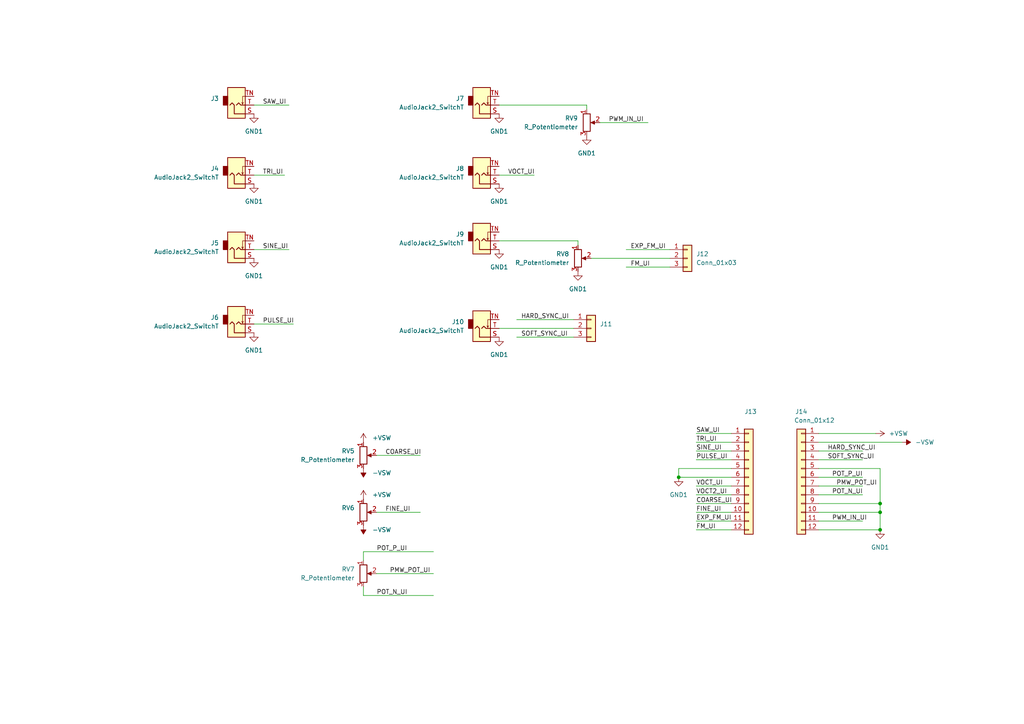
<source format=kicad_sch>
(kicad_sch (version 20211123) (generator eeschema)

  (uuid db029eb8-378f-4592-81ef-204e091eaa5e)

  (paper "A4")

  (lib_symbols
    (symbol "Connector:AudioJack2_SwitchT" (in_bom yes) (on_board yes)
      (property "Reference" "J" (id 0) (at 0 8.89 0)
        (effects (font (size 1.27 1.27)))
      )
      (property "Value" "AudioJack2_SwitchT" (id 1) (at 0 6.35 0)
        (effects (font (size 1.27 1.27)))
      )
      (property "Footprint" "" (id 2) (at 0 0 0)
        (effects (font (size 1.27 1.27)) hide)
      )
      (property "Datasheet" "~" (id 3) (at 0 0 0)
        (effects (font (size 1.27 1.27)) hide)
      )
      (property "ki_keywords" "audio jack receptacle mono headphones phone TS connector" (id 4) (at 0 0 0)
        (effects (font (size 1.27 1.27)) hide)
      )
      (property "ki_description" "Audio Jack, 2 Poles (Mono / TS), Switched T Pole (Normalling)" (id 5) (at 0 0 0)
        (effects (font (size 1.27 1.27)) hide)
      )
      (property "ki_fp_filters" "Jack*" (id 6) (at 0 0 0)
        (effects (font (size 1.27 1.27)) hide)
      )
      (symbol "AudioJack2_SwitchT_0_1"
        (rectangle (start -2.54 0) (end -3.81 -2.54)
          (stroke (width 0.254) (type default) (color 0 0 0 0))
          (fill (type outline))
        )
        (polyline
          (pts
            (xy 1.778 -0.254)
            (xy 2.032 -0.762)
          )
          (stroke (width 0) (type default) (color 0 0 0 0))
          (fill (type none))
        )
        (polyline
          (pts
            (xy 0 0)
            (xy 0.635 -0.635)
            (xy 1.27 0)
            (xy 2.54 0)
          )
          (stroke (width 0.254) (type default) (color 0 0 0 0))
          (fill (type none))
        )
        (polyline
          (pts
            (xy 2.54 -2.54)
            (xy 1.778 -2.54)
            (xy 1.778 -0.254)
            (xy 1.524 -0.762)
          )
          (stroke (width 0) (type default) (color 0 0 0 0))
          (fill (type none))
        )
        (polyline
          (pts
            (xy 2.54 2.54)
            (xy -0.635 2.54)
            (xy -0.635 0)
            (xy -1.27 -0.635)
            (xy -1.905 0)
          )
          (stroke (width 0.254) (type default) (color 0 0 0 0))
          (fill (type none))
        )
        (rectangle (start 2.54 3.81) (end -2.54 -5.08)
          (stroke (width 0.254) (type default) (color 0 0 0 0))
          (fill (type background))
        )
      )
      (symbol "AudioJack2_SwitchT_1_1"
        (pin passive line (at 5.08 2.54 180) (length 2.54)
          (name "~" (effects (font (size 1.27 1.27))))
          (number "S" (effects (font (size 1.27 1.27))))
        )
        (pin passive line (at 5.08 0 180) (length 2.54)
          (name "~" (effects (font (size 1.27 1.27))))
          (number "T" (effects (font (size 1.27 1.27))))
        )
        (pin passive line (at 5.08 -2.54 180) (length 2.54)
          (name "~" (effects (font (size 1.27 1.27))))
          (number "TN" (effects (font (size 1.27 1.27))))
        )
      )
    )
    (symbol "Connector_Generic:Conn_01x03" (pin_names (offset 1.016) hide) (in_bom yes) (on_board yes)
      (property "Reference" "J" (id 0) (at 0 5.08 0)
        (effects (font (size 1.27 1.27)))
      )
      (property "Value" "Conn_01x03" (id 1) (at 0 -5.08 0)
        (effects (font (size 1.27 1.27)))
      )
      (property "Footprint" "" (id 2) (at 0 0 0)
        (effects (font (size 1.27 1.27)) hide)
      )
      (property "Datasheet" "~" (id 3) (at 0 0 0)
        (effects (font (size 1.27 1.27)) hide)
      )
      (property "ki_keywords" "connector" (id 4) (at 0 0 0)
        (effects (font (size 1.27 1.27)) hide)
      )
      (property "ki_description" "Generic connector, single row, 01x03, script generated (kicad-library-utils/schlib/autogen/connector/)" (id 5) (at 0 0 0)
        (effects (font (size 1.27 1.27)) hide)
      )
      (property "ki_fp_filters" "Connector*:*_1x??_*" (id 6) (at 0 0 0)
        (effects (font (size 1.27 1.27)) hide)
      )
      (symbol "Conn_01x03_1_1"
        (rectangle (start -1.27 -2.413) (end 0 -2.667)
          (stroke (width 0.1524) (type default) (color 0 0 0 0))
          (fill (type none))
        )
        (rectangle (start -1.27 0.127) (end 0 -0.127)
          (stroke (width 0.1524) (type default) (color 0 0 0 0))
          (fill (type none))
        )
        (rectangle (start -1.27 2.667) (end 0 2.413)
          (stroke (width 0.1524) (type default) (color 0 0 0 0))
          (fill (type none))
        )
        (rectangle (start -1.27 3.81) (end 1.27 -3.81)
          (stroke (width 0.254) (type default) (color 0 0 0 0))
          (fill (type background))
        )
        (pin passive line (at -5.08 2.54 0) (length 3.81)
          (name "Pin_1" (effects (font (size 1.27 1.27))))
          (number "1" (effects (font (size 1.27 1.27))))
        )
        (pin passive line (at -5.08 0 0) (length 3.81)
          (name "Pin_2" (effects (font (size 1.27 1.27))))
          (number "2" (effects (font (size 1.27 1.27))))
        )
        (pin passive line (at -5.08 -2.54 0) (length 3.81)
          (name "Pin_3" (effects (font (size 1.27 1.27))))
          (number "3" (effects (font (size 1.27 1.27))))
        )
      )
    )
    (symbol "Connector_Generic:Conn_01x12" (pin_names (offset 1.016) hide) (in_bom yes) (on_board yes)
      (property "Reference" "J" (id 0) (at 0 15.24 0)
        (effects (font (size 1.27 1.27)))
      )
      (property "Value" "Conn_01x12" (id 1) (at 0 -17.78 0)
        (effects (font (size 1.27 1.27)))
      )
      (property "Footprint" "" (id 2) (at 0 0 0)
        (effects (font (size 1.27 1.27)) hide)
      )
      (property "Datasheet" "~" (id 3) (at 0 0 0)
        (effects (font (size 1.27 1.27)) hide)
      )
      (property "ki_keywords" "connector" (id 4) (at 0 0 0)
        (effects (font (size 1.27 1.27)) hide)
      )
      (property "ki_description" "Generic connector, single row, 01x12, script generated (kicad-library-utils/schlib/autogen/connector/)" (id 5) (at 0 0 0)
        (effects (font (size 1.27 1.27)) hide)
      )
      (property "ki_fp_filters" "Connector*:*_1x??_*" (id 6) (at 0 0 0)
        (effects (font (size 1.27 1.27)) hide)
      )
      (symbol "Conn_01x12_1_1"
        (rectangle (start -1.27 -15.113) (end 0 -15.367)
          (stroke (width 0.1524) (type default) (color 0 0 0 0))
          (fill (type none))
        )
        (rectangle (start -1.27 -12.573) (end 0 -12.827)
          (stroke (width 0.1524) (type default) (color 0 0 0 0))
          (fill (type none))
        )
        (rectangle (start -1.27 -10.033) (end 0 -10.287)
          (stroke (width 0.1524) (type default) (color 0 0 0 0))
          (fill (type none))
        )
        (rectangle (start -1.27 -7.493) (end 0 -7.747)
          (stroke (width 0.1524) (type default) (color 0 0 0 0))
          (fill (type none))
        )
        (rectangle (start -1.27 -4.953) (end 0 -5.207)
          (stroke (width 0.1524) (type default) (color 0 0 0 0))
          (fill (type none))
        )
        (rectangle (start -1.27 -2.413) (end 0 -2.667)
          (stroke (width 0.1524) (type default) (color 0 0 0 0))
          (fill (type none))
        )
        (rectangle (start -1.27 0.127) (end 0 -0.127)
          (stroke (width 0.1524) (type default) (color 0 0 0 0))
          (fill (type none))
        )
        (rectangle (start -1.27 2.667) (end 0 2.413)
          (stroke (width 0.1524) (type default) (color 0 0 0 0))
          (fill (type none))
        )
        (rectangle (start -1.27 5.207) (end 0 4.953)
          (stroke (width 0.1524) (type default) (color 0 0 0 0))
          (fill (type none))
        )
        (rectangle (start -1.27 7.747) (end 0 7.493)
          (stroke (width 0.1524) (type default) (color 0 0 0 0))
          (fill (type none))
        )
        (rectangle (start -1.27 10.287) (end 0 10.033)
          (stroke (width 0.1524) (type default) (color 0 0 0 0))
          (fill (type none))
        )
        (rectangle (start -1.27 12.827) (end 0 12.573)
          (stroke (width 0.1524) (type default) (color 0 0 0 0))
          (fill (type none))
        )
        (rectangle (start -1.27 13.97) (end 1.27 -16.51)
          (stroke (width 0.254) (type default) (color 0 0 0 0))
          (fill (type background))
        )
        (pin passive line (at -5.08 12.7 0) (length 3.81)
          (name "Pin_1" (effects (font (size 1.27 1.27))))
          (number "1" (effects (font (size 1.27 1.27))))
        )
        (pin passive line (at -5.08 -10.16 0) (length 3.81)
          (name "Pin_10" (effects (font (size 1.27 1.27))))
          (number "10" (effects (font (size 1.27 1.27))))
        )
        (pin passive line (at -5.08 -12.7 0) (length 3.81)
          (name "Pin_11" (effects (font (size 1.27 1.27))))
          (number "11" (effects (font (size 1.27 1.27))))
        )
        (pin passive line (at -5.08 -15.24 0) (length 3.81)
          (name "Pin_12" (effects (font (size 1.27 1.27))))
          (number "12" (effects (font (size 1.27 1.27))))
        )
        (pin passive line (at -5.08 10.16 0) (length 3.81)
          (name "Pin_2" (effects (font (size 1.27 1.27))))
          (number "2" (effects (font (size 1.27 1.27))))
        )
        (pin passive line (at -5.08 7.62 0) (length 3.81)
          (name "Pin_3" (effects (font (size 1.27 1.27))))
          (number "3" (effects (font (size 1.27 1.27))))
        )
        (pin passive line (at -5.08 5.08 0) (length 3.81)
          (name "Pin_4" (effects (font (size 1.27 1.27))))
          (number "4" (effects (font (size 1.27 1.27))))
        )
        (pin passive line (at -5.08 2.54 0) (length 3.81)
          (name "Pin_5" (effects (font (size 1.27 1.27))))
          (number "5" (effects (font (size 1.27 1.27))))
        )
        (pin passive line (at -5.08 0 0) (length 3.81)
          (name "Pin_6" (effects (font (size 1.27 1.27))))
          (number "6" (effects (font (size 1.27 1.27))))
        )
        (pin passive line (at -5.08 -2.54 0) (length 3.81)
          (name "Pin_7" (effects (font (size 1.27 1.27))))
          (number "7" (effects (font (size 1.27 1.27))))
        )
        (pin passive line (at -5.08 -5.08 0) (length 3.81)
          (name "Pin_8" (effects (font (size 1.27 1.27))))
          (number "8" (effects (font (size 1.27 1.27))))
        )
        (pin passive line (at -5.08 -7.62 0) (length 3.81)
          (name "Pin_9" (effects (font (size 1.27 1.27))))
          (number "9" (effects (font (size 1.27 1.27))))
        )
      )
    )
    (symbol "Device:R_Potentiometer" (pin_names (offset 1.016) hide) (in_bom yes) (on_board yes)
      (property "Reference" "RV" (id 0) (at -4.445 0 90)
        (effects (font (size 1.27 1.27)))
      )
      (property "Value" "R_Potentiometer" (id 1) (at -2.54 0 90)
        (effects (font (size 1.27 1.27)))
      )
      (property "Footprint" "" (id 2) (at 0 0 0)
        (effects (font (size 1.27 1.27)) hide)
      )
      (property "Datasheet" "~" (id 3) (at 0 0 0)
        (effects (font (size 1.27 1.27)) hide)
      )
      (property "ki_keywords" "resistor variable" (id 4) (at 0 0 0)
        (effects (font (size 1.27 1.27)) hide)
      )
      (property "ki_description" "Potentiometer" (id 5) (at 0 0 0)
        (effects (font (size 1.27 1.27)) hide)
      )
      (property "ki_fp_filters" "Potentiometer*" (id 6) (at 0 0 0)
        (effects (font (size 1.27 1.27)) hide)
      )
      (symbol "R_Potentiometer_0_1"
        (polyline
          (pts
            (xy 2.54 0)
            (xy 1.524 0)
          )
          (stroke (width 0) (type default) (color 0 0 0 0))
          (fill (type none))
        )
        (polyline
          (pts
            (xy 1.143 0)
            (xy 2.286 0.508)
            (xy 2.286 -0.508)
            (xy 1.143 0)
          )
          (stroke (width 0) (type default) (color 0 0 0 0))
          (fill (type outline))
        )
        (rectangle (start 1.016 2.54) (end -1.016 -2.54)
          (stroke (width 0.254) (type default) (color 0 0 0 0))
          (fill (type none))
        )
      )
      (symbol "R_Potentiometer_1_1"
        (pin passive line (at 0 3.81 270) (length 1.27)
          (name "1" (effects (font (size 1.27 1.27))))
          (number "1" (effects (font (size 1.27 1.27))))
        )
        (pin passive line (at 3.81 0 180) (length 1.27)
          (name "2" (effects (font (size 1.27 1.27))))
          (number "2" (effects (font (size 1.27 1.27))))
        )
        (pin passive line (at 0 -3.81 90) (length 1.27)
          (name "3" (effects (font (size 1.27 1.27))))
          (number "3" (effects (font (size 1.27 1.27))))
        )
      )
    )
    (symbol "power:+VSW" (power) (pin_names (offset 0)) (in_bom yes) (on_board yes)
      (property "Reference" "#PWR" (id 0) (at 0 -3.81 0)
        (effects (font (size 1.27 1.27)) hide)
      )
      (property "Value" "+VSW" (id 1) (at 0 3.556 0)
        (effects (font (size 1.27 1.27)))
      )
      (property "Footprint" "" (id 2) (at 0 0 0)
        (effects (font (size 1.27 1.27)) hide)
      )
      (property "Datasheet" "" (id 3) (at 0 0 0)
        (effects (font (size 1.27 1.27)) hide)
      )
      (property "ki_keywords" "power-flag" (id 4) (at 0 0 0)
        (effects (font (size 1.27 1.27)) hide)
      )
      (property "ki_description" "Power symbol creates a global label with name \"+VSW\"" (id 5) (at 0 0 0)
        (effects (font (size 1.27 1.27)) hide)
      )
      (symbol "+VSW_0_1"
        (polyline
          (pts
            (xy -0.762 1.27)
            (xy 0 2.54)
          )
          (stroke (width 0) (type default) (color 0 0 0 0))
          (fill (type none))
        )
        (polyline
          (pts
            (xy 0 0)
            (xy 0 2.54)
          )
          (stroke (width 0) (type default) (color 0 0 0 0))
          (fill (type none))
        )
        (polyline
          (pts
            (xy 0 2.54)
            (xy 0.762 1.27)
          )
          (stroke (width 0) (type default) (color 0 0 0 0))
          (fill (type none))
        )
      )
      (symbol "+VSW_1_1"
        (pin power_in line (at 0 0 90) (length 0) hide
          (name "+VSW" (effects (font (size 1.27 1.27))))
          (number "1" (effects (font (size 1.27 1.27))))
        )
      )
    )
    (symbol "power:-VSW" (power) (pin_names (offset 0)) (in_bom yes) (on_board yes)
      (property "Reference" "#PWR" (id 0) (at 0 2.54 0)
        (effects (font (size 1.27 1.27)) hide)
      )
      (property "Value" "-VSW" (id 1) (at 0 3.81 0)
        (effects (font (size 1.27 1.27)))
      )
      (property "Footprint" "" (id 2) (at 0 0 0)
        (effects (font (size 1.27 1.27)) hide)
      )
      (property "Datasheet" "" (id 3) (at 0 0 0)
        (effects (font (size 1.27 1.27)) hide)
      )
      (property "ki_keywords" "power-flag" (id 4) (at 0 0 0)
        (effects (font (size 1.27 1.27)) hide)
      )
      (property "ki_description" "Power symbol creates a global label with name \"-VSW\"" (id 5) (at 0 0 0)
        (effects (font (size 1.27 1.27)) hide)
      )
      (symbol "-VSW_0_0"
        (pin power_in line (at 0 0 90) (length 0) hide
          (name "-VSW" (effects (font (size 1.27 1.27))))
          (number "1" (effects (font (size 1.27 1.27))))
        )
      )
      (symbol "-VSW_0_1"
        (polyline
          (pts
            (xy 0 0)
            (xy 0 1.27)
            (xy 0.762 1.27)
            (xy 0 2.54)
            (xy -0.762 1.27)
            (xy 0 1.27)
          )
          (stroke (width 0) (type default) (color 0 0 0 0))
          (fill (type outline))
        )
      )
    )
    (symbol "power:GND1" (power) (pin_names (offset 0)) (in_bom yes) (on_board yes)
      (property "Reference" "#PWR" (id 0) (at 0 -6.35 0)
        (effects (font (size 1.27 1.27)) hide)
      )
      (property "Value" "GND1" (id 1) (at 0 -3.81 0)
        (effects (font (size 1.27 1.27)))
      )
      (property "Footprint" "" (id 2) (at 0 0 0)
        (effects (font (size 1.27 1.27)) hide)
      )
      (property "Datasheet" "" (id 3) (at 0 0 0)
        (effects (font (size 1.27 1.27)) hide)
      )
      (property "ki_keywords" "power-flag" (id 4) (at 0 0 0)
        (effects (font (size 1.27 1.27)) hide)
      )
      (property "ki_description" "Power symbol creates a global label with name \"GND1\" , ground" (id 5) (at 0 0 0)
        (effects (font (size 1.27 1.27)) hide)
      )
      (symbol "GND1_0_1"
        (polyline
          (pts
            (xy 0 0)
            (xy 0 -1.27)
            (xy 1.27 -1.27)
            (xy 0 -2.54)
            (xy -1.27 -1.27)
            (xy 0 -1.27)
          )
          (stroke (width 0) (type default) (color 0 0 0 0))
          (fill (type none))
        )
      )
      (symbol "GND1_1_1"
        (pin power_in line (at 0 0 270) (length 0) hide
          (name "GND1" (effects (font (size 1.27 1.27))))
          (number "1" (effects (font (size 1.27 1.27))))
        )
      )
    )
  )

  (junction (at 255.27 148.59) (diameter 0) (color 0 0 0 0)
    (uuid 0e3427e4-9e93-4d1b-a39a-5754ab10baf8)
  )
  (junction (at 255.27 146.05) (diameter 0) (color 0 0 0 0)
    (uuid 26e026ec-cd78-4ca0-bf21-0ff4aaa20793)
  )
  (junction (at 255.27 153.67) (diameter 0) (color 0 0 0 0)
    (uuid 4b14b03f-8c92-46b3-98ae-ea8923d49d93)
  )
  (junction (at 196.85 138.43) (diameter 0) (color 0 0 0 0)
    (uuid c936a60b-49e7-456a-bd8f-a515598c0cb7)
  )

  (wire (pts (xy 173.99 35.56) (xy 187.96 35.56))
    (stroke (width 0) (type default) (color 0 0 0 0))
    (uuid 05cd84ba-a4cc-4efb-94d2-335a52921a91)
  )
  (wire (pts (xy 167.64 69.85) (xy 167.64 71.12))
    (stroke (width 0) (type default) (color 0 0 0 0))
    (uuid 07436936-97fa-4fef-9636-6bcc78090bd2)
  )
  (wire (pts (xy 250.19 140.97) (xy 237.49 140.97))
    (stroke (width 0) (type default) (color 0 0 0 0))
    (uuid 099f1c0b-948d-44bb-853c-b13f48b56876)
  )
  (wire (pts (xy 255.27 146.05) (xy 255.27 148.59))
    (stroke (width 0) (type default) (color 0 0 0 0))
    (uuid 12ae95ce-fa39-459f-961b-6c6322acd577)
  )
  (wire (pts (xy 73.66 72.39) (xy 83.82 72.39))
    (stroke (width 0) (type default) (color 0 0 0 0))
    (uuid 18e14f04-b2f9-40c4-860c-5b0614cdbcb2)
  )
  (wire (pts (xy 196.85 135.89) (xy 196.85 138.43))
    (stroke (width 0) (type default) (color 0 0 0 0))
    (uuid 1ebd0517-aa38-4439-8011-b413ebf422cb)
  )
  (wire (pts (xy 237.49 148.59) (xy 255.27 148.59))
    (stroke (width 0) (type default) (color 0 0 0 0))
    (uuid 1ec5208a-4434-4563-8ef4-27dd0316d97a)
  )
  (wire (pts (xy 250.19 151.13) (xy 237.49 151.13))
    (stroke (width 0) (type default) (color 0 0 0 0))
    (uuid 1edfca0c-7a02-4327-b29e-007607e00e62)
  )
  (wire (pts (xy 125.73 160.02) (xy 105.41 160.02))
    (stroke (width 0) (type default) (color 0 0 0 0))
    (uuid 1f96c559-08e0-419d-84e9-041eab6f0f7b)
  )
  (wire (pts (xy 237.49 146.05) (xy 255.27 146.05))
    (stroke (width 0) (type default) (color 0 0 0 0))
    (uuid 2689fc57-b5a3-47c0-82f7-6c2097a4d06a)
  )
  (wire (pts (xy 181.61 77.47) (xy 194.31 77.47))
    (stroke (width 0) (type default) (color 0 0 0 0))
    (uuid 2a70c346-7197-4a8b-b582-25fc846aafa3)
  )
  (wire (pts (xy 237.49 125.73) (xy 254 125.73))
    (stroke (width 0) (type default) (color 0 0 0 0))
    (uuid 3ac26387-cfec-435d-94a5-bfecffd5a37e)
  )
  (wire (pts (xy 201.93 153.67) (xy 212.09 153.67))
    (stroke (width 0) (type default) (color 0 0 0 0))
    (uuid 3c21ad08-72c9-4631-b0ba-815476c793ca)
  )
  (wire (pts (xy 201.93 128.27) (xy 212.09 128.27))
    (stroke (width 0) (type default) (color 0 0 0 0))
    (uuid 46eec080-8f9d-4b82-8245-447a3a0f325b)
  )
  (wire (pts (xy 196.85 138.43) (xy 212.09 138.43))
    (stroke (width 0) (type default) (color 0 0 0 0))
    (uuid 5c370c08-4333-44fb-b0bc-1c4e5e5051fe)
  )
  (wire (pts (xy 105.41 172.72) (xy 105.41 170.18))
    (stroke (width 0) (type default) (color 0 0 0 0))
    (uuid 5d753425-070e-453a-9664-6b39c0358529)
  )
  (wire (pts (xy 201.93 143.51) (xy 212.09 143.51))
    (stroke (width 0) (type default) (color 0 0 0 0))
    (uuid 60c6cd11-19de-4507-bbfd-0b3eecb0ec9b)
  )
  (wire (pts (xy 144.78 30.48) (xy 170.18 30.48))
    (stroke (width 0) (type default) (color 0 0 0 0))
    (uuid 61cffea8-33cb-441f-9aea-36f0010c68da)
  )
  (wire (pts (xy 73.66 50.8) (xy 82.55 50.8))
    (stroke (width 0) (type default) (color 0 0 0 0))
    (uuid 62306dda-53eb-47f9-96a6-2a91b9df828a)
  )
  (wire (pts (xy 201.93 148.59) (xy 212.09 148.59))
    (stroke (width 0) (type default) (color 0 0 0 0))
    (uuid 69e414fb-6c4e-4883-b4d3-b341f4e4f65e)
  )
  (wire (pts (xy 201.93 133.35) (xy 212.09 133.35))
    (stroke (width 0) (type default) (color 0 0 0 0))
    (uuid 6d6dd1f0-ffd7-4c80-b2bd-a358c1ceed94)
  )
  (wire (pts (xy 201.93 125.73) (xy 212.09 125.73))
    (stroke (width 0) (type default) (color 0 0 0 0))
    (uuid 6f185d0b-166a-4001-8b55-6c90bcd82287)
  )
  (wire (pts (xy 250.19 130.81) (xy 237.49 130.81))
    (stroke (width 0) (type default) (color 0 0 0 0))
    (uuid 72d68da8-ce94-4e17-aa31-3d1976c2d9eb)
  )
  (wire (pts (xy 125.73 172.72) (xy 105.41 172.72))
    (stroke (width 0) (type default) (color 0 0 0 0))
    (uuid 74d6943a-6992-4081-b416-443cccd044f4)
  )
  (wire (pts (xy 237.49 153.67) (xy 255.27 153.67))
    (stroke (width 0) (type default) (color 0 0 0 0))
    (uuid 74dbb1ce-3365-4e8d-aa27-c27e120b9571)
  )
  (wire (pts (xy 201.93 140.97) (xy 212.09 140.97))
    (stroke (width 0) (type default) (color 0 0 0 0))
    (uuid 76434685-59c3-442e-9aef-9840e2e0b756)
  )
  (wire (pts (xy 144.78 50.8) (xy 154.94 50.8))
    (stroke (width 0) (type default) (color 0 0 0 0))
    (uuid 7e365a75-7ef7-4bc4-b900-97a23bdcc177)
  )
  (wire (pts (xy 250.19 138.43) (xy 237.49 138.43))
    (stroke (width 0) (type default) (color 0 0 0 0))
    (uuid 82c1aa95-7b67-4032-b778-0b77baf9a4c8)
  )
  (wire (pts (xy 149.86 92.71) (xy 166.37 92.71))
    (stroke (width 0) (type default) (color 0 0 0 0))
    (uuid 8393d333-3e69-4d46-a645-a232be9d1358)
  )
  (wire (pts (xy 250.19 133.35) (xy 237.49 133.35))
    (stroke (width 0) (type default) (color 0 0 0 0))
    (uuid 9067a147-ab1d-45f5-9485-8e3533274c19)
  )
  (wire (pts (xy 144.78 69.85) (xy 167.64 69.85))
    (stroke (width 0) (type default) (color 0 0 0 0))
    (uuid 966207dc-8df6-4e78-a414-a24570be2c65)
  )
  (wire (pts (xy 105.41 160.02) (xy 105.41 162.56))
    (stroke (width 0) (type default) (color 0 0 0 0))
    (uuid 976ddcae-3af2-4918-8e51-2b7512336028)
  )
  (wire (pts (xy 144.78 95.25) (xy 166.37 95.25))
    (stroke (width 0) (type default) (color 0 0 0 0))
    (uuid 9cde1728-e853-417a-9ef0-96155381e626)
  )
  (wire (pts (xy 255.27 135.89) (xy 255.27 146.05))
    (stroke (width 0) (type default) (color 0 0 0 0))
    (uuid 9d22bfa1-d650-43d2-b67c-1ad483a0d5d5)
  )
  (wire (pts (xy 201.93 151.13) (xy 212.09 151.13))
    (stroke (width 0) (type default) (color 0 0 0 0))
    (uuid ad6f0be3-df79-42ce-a019-6f98c8940f6a)
  )
  (wire (pts (xy 194.31 74.93) (xy 171.45 74.93))
    (stroke (width 0) (type default) (color 0 0 0 0))
    (uuid af2b6631-ffb4-4191-a3b1-eecfecd8cbc7)
  )
  (wire (pts (xy 170.18 30.48) (xy 170.18 31.75))
    (stroke (width 0) (type default) (color 0 0 0 0))
    (uuid b836ad3e-37e5-4dd2-bb88-840d590d5ef7)
  )
  (wire (pts (xy 109.22 166.37) (xy 125.73 166.37))
    (stroke (width 0) (type default) (color 0 0 0 0))
    (uuid c0f8f368-3b6f-44a2-abcb-cadcbf61e7fb)
  )
  (wire (pts (xy 237.49 135.89) (xy 255.27 135.89))
    (stroke (width 0) (type default) (color 0 0 0 0))
    (uuid c39b09ba-c61d-4868-8fa8-c3c4c64b328c)
  )
  (wire (pts (xy 73.66 93.98) (xy 85.09 93.98))
    (stroke (width 0) (type default) (color 0 0 0 0))
    (uuid c3a617ea-7ae6-45c3-a8c7-09bf1bab9a5c)
  )
  (wire (pts (xy 109.22 148.59) (xy 121.92 148.59))
    (stroke (width 0) (type default) (color 0 0 0 0))
    (uuid c4da8985-8598-4bbe-b2dd-9b1d1564cef1)
  )
  (wire (pts (xy 237.49 128.27) (xy 261.62 128.27))
    (stroke (width 0) (type default) (color 0 0 0 0))
    (uuid c67a733f-481e-4d2d-999e-ff128d30d74d)
  )
  (wire (pts (xy 149.86 97.79) (xy 166.37 97.79))
    (stroke (width 0) (type default) (color 0 0 0 0))
    (uuid d6c60677-91f4-4422-a0f6-7fb936893326)
  )
  (wire (pts (xy 109.22 132.08) (xy 121.92 132.08))
    (stroke (width 0) (type default) (color 0 0 0 0))
    (uuid d79d8039-0242-46a3-9c56-de9b482eee0a)
  )
  (wire (pts (xy 201.93 130.81) (xy 212.09 130.81))
    (stroke (width 0) (type default) (color 0 0 0 0))
    (uuid dc77a7d5-d4da-494d-8eb9-3cdce505dcda)
  )
  (wire (pts (xy 181.61 72.39) (xy 194.31 72.39))
    (stroke (width 0) (type default) (color 0 0 0 0))
    (uuid dd8eadf7-cb9e-4fe0-b0fa-0a6b58fd194b)
  )
  (wire (pts (xy 73.66 30.48) (xy 83.82 30.48))
    (stroke (width 0) (type default) (color 0 0 0 0))
    (uuid de4d2843-ded3-4c83-87c7-853aff452a26)
  )
  (wire (pts (xy 212.09 135.89) (xy 196.85 135.89))
    (stroke (width 0) (type default) (color 0 0 0 0))
    (uuid e9efe5a7-24f6-46cd-b9a0-d87817d41bcc)
  )
  (wire (pts (xy 250.19 143.51) (xy 237.49 143.51))
    (stroke (width 0) (type default) (color 0 0 0 0))
    (uuid f61c9914-0176-4560-bb90-480364e6a6cd)
  )
  (wire (pts (xy 255.27 148.59) (xy 255.27 153.67))
    (stroke (width 0) (type default) (color 0 0 0 0))
    (uuid f622b175-dfc2-4e63-aa34-27e62ae47745)
  )
  (wire (pts (xy 201.93 146.05) (xy 212.09 146.05))
    (stroke (width 0) (type default) (color 0 0 0 0))
    (uuid f7312eb2-d108-41f9-b6ba-6ffde1a9e6ec)
  )

  (label "SOFT_SYNC_UI" (at 151.13 97.79 0)
    (effects (font (size 1.27 1.27)) (justify left bottom))
    (uuid 1692a10b-6689-43fe-990f-968b20ad864f)
  )
  (label "POT_N_UI" (at 241.3 143.51 0)
    (effects (font (size 1.27 1.27)) (justify left bottom))
    (uuid 1b746508-7ebf-4918-b1e0-340dbdbd63bd)
  )
  (label "FINE_UI" (at 201.93 148.59 0)
    (effects (font (size 1.27 1.27)) (justify left bottom))
    (uuid 25f5aea5-fc4d-4a8f-9859-fa6a13492be2)
  )
  (label "SOFT_SYNC_UI" (at 240.03 133.35 0)
    (effects (font (size 1.27 1.27)) (justify left bottom))
    (uuid 2b245f81-0108-4871-a9f8-5ce259773673)
  )
  (label "VOCT_UI" (at 201.93 140.97 0)
    (effects (font (size 1.27 1.27)) (justify left bottom))
    (uuid 2e14957b-e576-41a9-bb46-75f8907d7a1c)
  )
  (label "TRI_UI" (at 201.93 128.27 0)
    (effects (font (size 1.27 1.27)) (justify left bottom))
    (uuid 2fce9a97-6235-41bf-b1eb-668cdc84c0d8)
  )
  (label "POT_P_UI" (at 109.22 160.02 0)
    (effects (font (size 1.27 1.27)) (justify left bottom))
    (uuid 319559ea-581a-4f1c-9ef7-f44ec57c46a7)
  )
  (label "POT_N_UI" (at 109.22 172.72 0)
    (effects (font (size 1.27 1.27)) (justify left bottom))
    (uuid 5040b79a-81e5-49f6-bf0a-eb3b19d8cc40)
  )
  (label "COARSE_UI" (at 111.76 132.08 0)
    (effects (font (size 1.27 1.27)) (justify left bottom))
    (uuid 51f245d2-1f3f-43fa-8b7c-d2b779c568b2)
  )
  (label "PWM_IN_UI" (at 176.53 35.56 0)
    (effects (font (size 1.27 1.27)) (justify left bottom))
    (uuid 6497ebdb-96a8-45ce-8ab9-a34abdb0a680)
  )
  (label "FINE_UI" (at 111.76 148.59 0)
    (effects (font (size 1.27 1.27)) (justify left bottom))
    (uuid 6797d263-83e3-4dcb-9fc1-c34b5cfd324f)
  )
  (label "FM_UI" (at 201.93 153.67 0)
    (effects (font (size 1.27 1.27)) (justify left bottom))
    (uuid 718aa8d3-2610-49e5-8498-109f280d1f11)
  )
  (label "PULSE_UI" (at 201.93 133.35 0)
    (effects (font (size 1.27 1.27)) (justify left bottom))
    (uuid 89a7510f-29e3-473c-b045-ad05347c1ff5)
  )
  (label "PWM_IN_UI" (at 241.3 151.13 0)
    (effects (font (size 1.27 1.27)) (justify left bottom))
    (uuid 8b7b6150-6e17-4508-8271-2ea039fd0a1d)
  )
  (label "VOCT_UI" (at 147.32 50.8 0)
    (effects (font (size 1.27 1.27)) (justify left bottom))
    (uuid 92c360f4-4c1b-4367-ad40-e00167bf3f88)
  )
  (label "PULSE_UI" (at 76.2 93.98 0)
    (effects (font (size 1.27 1.27)) (justify left bottom))
    (uuid 98e21296-f200-4157-b8a7-f711bf098ece)
  )
  (label "VOCT2_UI" (at 201.93 143.51 0)
    (effects (font (size 1.27 1.27)) (justify left bottom))
    (uuid 9c6005df-d229-4e8d-b81f-eb91cead2e40)
  )
  (label "EXP_FM_UI" (at 201.93 151.13 0)
    (effects (font (size 1.27 1.27)) (justify left bottom))
    (uuid a0e18f5f-0913-4481-a6e3-9fb6861220ea)
  )
  (label "FM_UI" (at 182.88 77.47 0)
    (effects (font (size 1.27 1.27)) (justify left bottom))
    (uuid a124d49e-6423-4e02-bdf9-ca38776e7762)
  )
  (label "HARD_SYNC_UI" (at 151.13 92.71 0)
    (effects (font (size 1.27 1.27)) (justify left bottom))
    (uuid a70543cb-3093-4b04-b30f-ee604c2230e0)
  )
  (label "EXP_FM_UI" (at 182.88 72.39 0)
    (effects (font (size 1.27 1.27)) (justify left bottom))
    (uuid ac1f63e0-1027-4cc2-b671-00670d7cbfe8)
  )
  (label "PMW_POT_UI" (at 113.03 166.37 0)
    (effects (font (size 1.27 1.27)) (justify left bottom))
    (uuid b3c3a047-064f-4102-bb82-a33612151181)
  )
  (label "COARSE_UI" (at 201.93 146.05 0)
    (effects (font (size 1.27 1.27)) (justify left bottom))
    (uuid c7ace4db-7b19-47fb-ba13-6a1f46753742)
  )
  (label "POT_P_UI" (at 241.3 138.43 0)
    (effects (font (size 1.27 1.27)) (justify left bottom))
    (uuid d4fee2bb-8790-4184-a5b2-4b742eaa9c1a)
  )
  (label "TRI_UI" (at 76.2 50.8 0)
    (effects (font (size 1.27 1.27)) (justify left bottom))
    (uuid d5a94f78-958a-4577-a380-0703636ccee1)
  )
  (label "HARD_SYNC_UI" (at 240.03 130.81 0)
    (effects (font (size 1.27 1.27)) (justify left bottom))
    (uuid d6268863-2cee-45b6-bf33-3f4dd1a3b496)
  )
  (label "SAW_UI" (at 76.2 30.48 0)
    (effects (font (size 1.27 1.27)) (justify left bottom))
    (uuid dce54ff5-536a-432a-a5db-989c9c62764e)
  )
  (label "SINE_UI" (at 201.93 130.81 0)
    (effects (font (size 1.27 1.27)) (justify left bottom))
    (uuid e1e18dea-8447-4844-a5bd-c821c9889be9)
  )
  (label "PMW_POT_UI" (at 242.57 140.97 0)
    (effects (font (size 1.27 1.27)) (justify left bottom))
    (uuid e31b7783-0cbf-495d-b511-95915b28a0db)
  )
  (label "SAW_UI" (at 201.93 125.73 0)
    (effects (font (size 1.27 1.27)) (justify left bottom))
    (uuid ee0c6a3e-f13d-4023-9f83-e9a0dc874efd)
  )
  (label "SINE_UI" (at 76.2 72.39 0)
    (effects (font (size 1.27 1.27)) (justify left bottom))
    (uuid f2250321-83bc-48a0-9cdc-8649a7319e62)
  )

  (symbol (lib_id "power:GND1") (at 144.78 97.79 0) (unit 1)
    (in_bom yes) (on_board yes) (fields_autoplaced)
    (uuid 050deb1e-32fb-4606-a822-3e88eb4447b7)
    (property "Reference" "#PWR055" (id 0) (at 144.78 104.14 0)
      (effects (font (size 1.27 1.27)) hide)
    )
    (property "Value" "GND1" (id 1) (at 144.78 102.87 0))
    (property "Footprint" "" (id 2) (at 144.78 97.79 0)
      (effects (font (size 1.27 1.27)) hide)
    )
    (property "Datasheet" "" (id 3) (at 144.78 97.79 0)
      (effects (font (size 1.27 1.27)) hide)
    )
    (pin "1" (uuid 148cbadb-c39a-43ec-9b69-16c16947add0))
  )

  (symbol (lib_id "Connector_Generic:Conn_01x03") (at 199.39 74.93 0) (unit 1)
    (in_bom yes) (on_board yes) (fields_autoplaced)
    (uuid 08adada3-b2a2-4fef-87dd-3c4130a15104)
    (property "Reference" "J12" (id 0) (at 201.93 73.6599 0)
      (effects (font (size 1.27 1.27)) (justify left))
    )
    (property "Value" "Conn_01x03" (id 1) (at 201.93 76.1999 0)
      (effects (font (size 1.27 1.27)) (justify left))
    )
    (property "Footprint" "Connector_PinHeader_2.54mm:PinHeader_1x03_P2.54mm_Vertical" (id 2) (at 199.39 74.93 0)
      (effects (font (size 1.27 1.27)) hide)
    )
    (property "Datasheet" "~" (id 3) (at 199.39 74.93 0)
      (effects (font (size 1.27 1.27)) hide)
    )
    (pin "1" (uuid 4388fdf8-a4cb-45c7-bc4c-6987245f0360))
    (pin "2" (uuid 549ec528-56ff-482d-9df0-7c051d5a80a3))
    (pin "3" (uuid edc429df-c8e1-46c4-9232-346708b1c803))
  )

  (symbol (lib_id "Device:R_Potentiometer") (at 167.64 74.93 0) (unit 1)
    (in_bom yes) (on_board yes) (fields_autoplaced)
    (uuid 0f98137f-92a5-454e-8b60-31e7c3f4a16e)
    (property "Reference" "RV8" (id 0) (at 165.1 73.6599 0)
      (effects (font (size 1.27 1.27)) (justify right))
    )
    (property "Value" "R_Potentiometer" (id 1) (at 165.1 76.1999 0)
      (effects (font (size 1.27 1.27)) (justify right))
    )
    (property "Footprint" "Potentiometer_THT:Potentiometer_Alpha_RD901F-40-00D_Single_Vertical_CircularHoles" (id 2) (at 167.64 74.93 0)
      (effects (font (size 1.27 1.27)) hide)
    )
    (property "Datasheet" "~" (id 3) (at 167.64 74.93 0)
      (effects (font (size 1.27 1.27)) hide)
    )
    (pin "1" (uuid a3614ca0-7ddf-4832-a078-d0862f4aa816))
    (pin "2" (uuid 30854738-39f9-41f7-9c50-13234a785d4c))
    (pin "3" (uuid b1cb2d44-904f-4c18-86b5-59721cadec44))
  )

  (symbol (lib_id "Connector:AudioJack2_SwitchT") (at 139.7 69.85 0) (mirror x) (unit 1)
    (in_bom yes) (on_board yes) (fields_autoplaced)
    (uuid 12389d54-d624-41f9-9f0e-42a9874cbbdd)
    (property "Reference" "J9" (id 0) (at 134.62 67.9449 0)
      (effects (font (size 1.27 1.27)) (justify right))
    )
    (property "Value" "AudioJack2_SwitchT" (id 1) (at 134.62 70.4849 0)
      (effects (font (size 1.27 1.27)) (justify right))
    )
    (property "Footprint" "Connector_Audio:Jack_3.5mm_QingPu_WQP-PJ398SM_Vertical_CircularHoles" (id 2) (at 139.7 69.85 0)
      (effects (font (size 1.27 1.27)) hide)
    )
    (property "Datasheet" "~" (id 3) (at 139.7 69.85 0)
      (effects (font (size 1.27 1.27)) hide)
    )
    (pin "S" (uuid a9e5c8e6-4a0e-4f5a-9382-5cc222dc5bb9))
    (pin "T" (uuid a623ed9f-8c31-46b3-b533-c6f81040a878))
    (pin "TN" (uuid ab1a329d-de70-4bec-98c3-c0a4d6901794))
  )

  (symbol (lib_id "power:GND1") (at 73.66 96.52 0) (unit 1)
    (in_bom yes) (on_board yes) (fields_autoplaced)
    (uuid 13930a00-2767-46fa-8798-4267cad03bbe)
    (property "Reference" "#PWR047" (id 0) (at 73.66 102.87 0)
      (effects (font (size 1.27 1.27)) hide)
    )
    (property "Value" "GND1" (id 1) (at 73.66 101.6 0))
    (property "Footprint" "" (id 2) (at 73.66 96.52 0)
      (effects (font (size 1.27 1.27)) hide)
    )
    (property "Datasheet" "" (id 3) (at 73.66 96.52 0)
      (effects (font (size 1.27 1.27)) hide)
    )
    (pin "1" (uuid 695e07d7-ccc4-43e0-94f6-130141a9ae2c))
  )

  (symbol (lib_id "power:+VSW") (at 105.41 128.27 0) (unit 1)
    (in_bom yes) (on_board yes) (fields_autoplaced)
    (uuid 15ac21ae-f9cb-44b3-a829-11afb5bf7364)
    (property "Reference" "#PWR048" (id 0) (at 105.41 132.08 0)
      (effects (font (size 1.27 1.27)) hide)
    )
    (property "Value" "+VSW" (id 1) (at 107.95 126.9999 0)
      (effects (font (size 1.27 1.27)) (justify left))
    )
    (property "Footprint" "" (id 2) (at 105.41 128.27 0)
      (effects (font (size 1.27 1.27)) hide)
    )
    (property "Datasheet" "" (id 3) (at 105.41 128.27 0)
      (effects (font (size 1.27 1.27)) hide)
    )
    (pin "1" (uuid d80f7892-6599-4c58-8ba5-7baa5b92a712))
  )

  (symbol (lib_id "Connector:AudioJack2_SwitchT") (at 68.58 50.8 0) (mirror x) (unit 1)
    (in_bom yes) (on_board yes) (fields_autoplaced)
    (uuid 1b9c1029-d484-4fa3-9ef5-1f130cf9a902)
    (property "Reference" "J4" (id 0) (at 63.5 48.8949 0)
      (effects (font (size 1.27 1.27)) (justify right))
    )
    (property "Value" "AudioJack2_SwitchT" (id 1) (at 63.5 51.4349 0)
      (effects (font (size 1.27 1.27)) (justify right))
    )
    (property "Footprint" "Connector_Audio:Jack_3.5mm_QingPu_WQP-PJ398SM_Vertical_CircularHoles" (id 2) (at 68.58 50.8 0)
      (effects (font (size 1.27 1.27)) hide)
    )
    (property "Datasheet" "~" (id 3) (at 68.58 50.8 0)
      (effects (font (size 1.27 1.27)) hide)
    )
    (pin "S" (uuid 22fe7a42-8a42-4763-b568-47674b82b156))
    (pin "T" (uuid d7b4d359-6cee-4ce9-a2be-9e49fd43eb8a))
    (pin "TN" (uuid 2fe31bb1-fdf6-48fd-b74a-c3eadbb7622d))
  )

  (symbol (lib_id "Device:R_Potentiometer") (at 170.18 35.56 0) (unit 1)
    (in_bom yes) (on_board yes) (fields_autoplaced)
    (uuid 27fa20ae-2e67-4919-b11d-dcaa19446ef4)
    (property "Reference" "RV9" (id 0) (at 167.64 34.2899 0)
      (effects (font (size 1.27 1.27)) (justify right))
    )
    (property "Value" "R_Potentiometer" (id 1) (at 167.64 36.8299 0)
      (effects (font (size 1.27 1.27)) (justify right))
    )
    (property "Footprint" "Potentiometer_THT:Potentiometer_Alpha_RD901F-40-00D_Single_Vertical_CircularHoles" (id 2) (at 170.18 35.56 0)
      (effects (font (size 1.27 1.27)) hide)
    )
    (property "Datasheet" "~" (id 3) (at 170.18 35.56 0)
      (effects (font (size 1.27 1.27)) hide)
    )
    (pin "1" (uuid 7a0365ee-0bc3-48c5-bb7a-70c9efe7c000))
    (pin "2" (uuid 20231271-7c46-407d-8ef5-db411c6d99da))
    (pin "3" (uuid f739d856-1265-4d6e-8e2d-0895ff135e7d))
  )

  (symbol (lib_id "Connector:AudioJack2_SwitchT") (at 68.58 72.39 0) (mirror x) (unit 1)
    (in_bom yes) (on_board yes) (fields_autoplaced)
    (uuid 2cce5c52-1e96-454c-86c5-3cd3bdb28627)
    (property "Reference" "J5" (id 0) (at 63.5 70.4849 0)
      (effects (font (size 1.27 1.27)) (justify right))
    )
    (property "Value" "AudioJack2_SwitchT" (id 1) (at 63.5 73.0249 0)
      (effects (font (size 1.27 1.27)) (justify right))
    )
    (property "Footprint" "Connector_Audio:Jack_3.5mm_QingPu_WQP-PJ398SM_Vertical_CircularHoles" (id 2) (at 68.58 72.39 0)
      (effects (font (size 1.27 1.27)) hide)
    )
    (property "Datasheet" "~" (id 3) (at 68.58 72.39 0)
      (effects (font (size 1.27 1.27)) hide)
    )
    (pin "S" (uuid 698296d2-7993-49c3-9a56-7d5fb9ec026f))
    (pin "T" (uuid e3dcf7e2-b192-4e91-a300-52759231d89b))
    (pin "TN" (uuid ab7f7cce-4191-4da2-8312-a97543cc758c))
  )

  (symbol (lib_id "power:-VSW") (at 105.41 135.89 180) (unit 1)
    (in_bom yes) (on_board yes) (fields_autoplaced)
    (uuid 461f7005-ea4b-4184-a695-f1b5e6045075)
    (property "Reference" "#PWR049" (id 0) (at 105.41 138.43 0)
      (effects (font (size 1.27 1.27)) hide)
    )
    (property "Value" "-VSW" (id 1) (at 107.95 137.1599 0)
      (effects (font (size 1.27 1.27)) (justify right))
    )
    (property "Footprint" "" (id 2) (at 105.41 135.89 0)
      (effects (font (size 1.27 1.27)) hide)
    )
    (property "Datasheet" "" (id 3) (at 105.41 135.89 0)
      (effects (font (size 1.27 1.27)) hide)
    )
    (pin "1" (uuid e521e042-7bea-4d77-9333-ee55df12e14c))
  )

  (symbol (lib_id "Device:R_Potentiometer") (at 105.41 132.08 0) (unit 1)
    (in_bom yes) (on_board yes) (fields_autoplaced)
    (uuid 4d75eb7d-a7b0-4fd0-8cfb-99212dea5b05)
    (property "Reference" "RV5" (id 0) (at 102.87 130.8099 0)
      (effects (font (size 1.27 1.27)) (justify right))
    )
    (property "Value" "R_Potentiometer" (id 1) (at 102.87 133.3499 0)
      (effects (font (size 1.27 1.27)) (justify right))
    )
    (property "Footprint" "Potentiometer_THT:Potentiometer_Alpha_RD901F-40-00D_Single_Vertical_CircularHoles" (id 2) (at 105.41 132.08 0)
      (effects (font (size 1.27 1.27)) hide)
    )
    (property "Datasheet" "~" (id 3) (at 105.41 132.08 0)
      (effects (font (size 1.27 1.27)) hide)
    )
    (pin "1" (uuid 7298215e-7c5d-4566-9de7-94d9ce763cc8))
    (pin "2" (uuid 397651a3-fd76-41ea-b30a-e5bcb858c25e))
    (pin "3" (uuid 2543e11a-7679-4cc7-a60b-862513e191b2))
  )

  (symbol (lib_id "power:+VSW") (at 105.41 144.78 0) (unit 1)
    (in_bom yes) (on_board yes) (fields_autoplaced)
    (uuid 511037ab-8aa3-4a0d-ae4f-6765d641fad2)
    (property "Reference" "#PWR050" (id 0) (at 105.41 148.59 0)
      (effects (font (size 1.27 1.27)) hide)
    )
    (property "Value" "+VSW" (id 1) (at 107.95 143.5099 0)
      (effects (font (size 1.27 1.27)) (justify left))
    )
    (property "Footprint" "" (id 2) (at 105.41 144.78 0)
      (effects (font (size 1.27 1.27)) hide)
    )
    (property "Datasheet" "" (id 3) (at 105.41 144.78 0)
      (effects (font (size 1.27 1.27)) hide)
    )
    (pin "1" (uuid 1d6fab55-8b7b-47d1-9cf1-815f63776650))
  )

  (symbol (lib_id "Device:R_Potentiometer") (at 105.41 148.59 0) (unit 1)
    (in_bom yes) (on_board yes) (fields_autoplaced)
    (uuid 591d3693-359a-4ac7-b03a-cf66bbb83c40)
    (property "Reference" "RV6" (id 0) (at 102.87 147.3199 0)
      (effects (font (size 1.27 1.27)) (justify right))
    )
    (property "Value" "" (id 1) (at 102.87 149.8599 0)
      (effects (font (size 1.27 1.27)) (justify right))
    )
    (property "Footprint" "" (id 2) (at 105.41 148.59 0)
      (effects (font (size 1.27 1.27)) hide)
    )
    (property "Datasheet" "~" (id 3) (at 105.41 148.59 0)
      (effects (font (size 1.27 1.27)) hide)
    )
    (pin "1" (uuid d264f4b9-4e1e-460d-a14f-6aee4c1791ca))
    (pin "2" (uuid 46f3b954-3510-4815-9fc3-cce18eca4b7b))
    (pin "3" (uuid 5a00bf1d-9fde-433c-9c1d-3142ff68fa55))
  )

  (symbol (lib_id "power:-VSW") (at 105.41 152.4 180) (unit 1)
    (in_bom yes) (on_board yes) (fields_autoplaced)
    (uuid 65cf0107-1ee2-4768-94b5-f62f0bad4654)
    (property "Reference" "#PWR051" (id 0) (at 105.41 154.94 0)
      (effects (font (size 1.27 1.27)) hide)
    )
    (property "Value" "-VSW" (id 1) (at 107.95 153.6699 0)
      (effects (font (size 1.27 1.27)) (justify right))
    )
    (property "Footprint" "" (id 2) (at 105.41 152.4 0)
      (effects (font (size 1.27 1.27)) hide)
    )
    (property "Datasheet" "" (id 3) (at 105.41 152.4 0)
      (effects (font (size 1.27 1.27)) hide)
    )
    (pin "1" (uuid f044d33a-1947-4d97-a822-4c4ae9c82587))
  )

  (symbol (lib_id "power:GND1") (at 73.66 74.93 0) (unit 1)
    (in_bom yes) (on_board yes) (fields_autoplaced)
    (uuid 704b9c4f-3816-4d3a-bb48-bbefdfdbc933)
    (property "Reference" "#PWR046" (id 0) (at 73.66 81.28 0)
      (effects (font (size 1.27 1.27)) hide)
    )
    (property "Value" "GND1" (id 1) (at 73.66 80.01 0))
    (property "Footprint" "" (id 2) (at 73.66 74.93 0)
      (effects (font (size 1.27 1.27)) hide)
    )
    (property "Datasheet" "" (id 3) (at 73.66 74.93 0)
      (effects (font (size 1.27 1.27)) hide)
    )
    (pin "1" (uuid 89d334a3-3cc5-42ae-9655-9ab241f3284c))
  )

  (symbol (lib_id "Connector:AudioJack2_SwitchT") (at 68.58 93.98 0) (mirror x) (unit 1)
    (in_bom yes) (on_board yes) (fields_autoplaced)
    (uuid 738ba716-b144-4d9d-a97f-9a5e3edc1787)
    (property "Reference" "J6" (id 0) (at 63.5 92.0749 0)
      (effects (font (size 1.27 1.27)) (justify right))
    )
    (property "Value" "AudioJack2_SwitchT" (id 1) (at 63.5 94.6149 0)
      (effects (font (size 1.27 1.27)) (justify right))
    )
    (property "Footprint" "Connector_Audio:Jack_3.5mm_QingPu_WQP-PJ398SM_Vertical_CircularHoles" (id 2) (at 68.58 93.98 0)
      (effects (font (size 1.27 1.27)) hide)
    )
    (property "Datasheet" "~" (id 3) (at 68.58 93.98 0)
      (effects (font (size 1.27 1.27)) hide)
    )
    (pin "S" (uuid 79429c7f-e757-4a1e-8884-b6b704edec9c))
    (pin "T" (uuid 32504c11-8684-40e0-9d39-7fd8c726ce4b))
    (pin "TN" (uuid d69808a7-bea8-4260-a073-3e4481678065))
  )

  (symbol (lib_id "power:GND1") (at 73.66 53.34 0) (unit 1)
    (in_bom yes) (on_board yes) (fields_autoplaced)
    (uuid 75349622-a48a-42e0-bb6d-980c6a73a41c)
    (property "Reference" "#PWR045" (id 0) (at 73.66 59.69 0)
      (effects (font (size 1.27 1.27)) hide)
    )
    (property "Value" "GND1" (id 1) (at 73.66 58.42 0))
    (property "Footprint" "" (id 2) (at 73.66 53.34 0)
      (effects (font (size 1.27 1.27)) hide)
    )
    (property "Datasheet" "" (id 3) (at 73.66 53.34 0)
      (effects (font (size 1.27 1.27)) hide)
    )
    (pin "1" (uuid 14dffd82-28ac-45dd-929c-b7ac17aa6dda))
  )

  (symbol (lib_id "Device:R_Potentiometer") (at 105.41 166.37 0) (unit 1)
    (in_bom yes) (on_board yes) (fields_autoplaced)
    (uuid 77b39fe5-4a1b-4bb3-a5cf-ac69a26dd7fa)
    (property "Reference" "RV7" (id 0) (at 102.87 165.0999 0)
      (effects (font (size 1.27 1.27)) (justify right))
    )
    (property "Value" "R_Potentiometer" (id 1) (at 102.87 167.6399 0)
      (effects (font (size 1.27 1.27)) (justify right))
    )
    (property "Footprint" "Potentiometer_THT:Potentiometer_Alpha_RD901F-40-00D_Single_Vertical_CircularHoles" (id 2) (at 105.41 166.37 0)
      (effects (font (size 1.27 1.27)) hide)
    )
    (property "Datasheet" "~" (id 3) (at 105.41 166.37 0)
      (effects (font (size 1.27 1.27)) hide)
    )
    (pin "1" (uuid 191fe290-83b8-454c-a852-be4417af92c7))
    (pin "2" (uuid 38ce7271-09d2-4417-b377-a1587a4207db))
    (pin "3" (uuid 076afdaf-6620-4427-9edc-2ec6e27e4cd6))
  )

  (symbol (lib_id "power:GND1") (at 170.18 39.37 0) (unit 1)
    (in_bom yes) (on_board yes) (fields_autoplaced)
    (uuid 79fb98aa-4d55-488e-9965-25d924e221b0)
    (property "Reference" "#PWR057" (id 0) (at 170.18 45.72 0)
      (effects (font (size 1.27 1.27)) hide)
    )
    (property "Value" "GND1" (id 1) (at 170.18 44.45 0))
    (property "Footprint" "" (id 2) (at 170.18 39.37 0)
      (effects (font (size 1.27 1.27)) hide)
    )
    (property "Datasheet" "" (id 3) (at 170.18 39.37 0)
      (effects (font (size 1.27 1.27)) hide)
    )
    (pin "1" (uuid 266559d3-3065-4aca-9445-dc3899ec1e12))
  )

  (symbol (lib_id "power:GND1") (at 73.66 33.02 0) (unit 1)
    (in_bom yes) (on_board yes) (fields_autoplaced)
    (uuid 7e042901-7124-4267-9e81-b344a4957850)
    (property "Reference" "#PWR044" (id 0) (at 73.66 39.37 0)
      (effects (font (size 1.27 1.27)) hide)
    )
    (property "Value" "GND1" (id 1) (at 73.66 38.1 0))
    (property "Footprint" "" (id 2) (at 73.66 33.02 0)
      (effects (font (size 1.27 1.27)) hide)
    )
    (property "Datasheet" "" (id 3) (at 73.66 33.02 0)
      (effects (font (size 1.27 1.27)) hide)
    )
    (pin "1" (uuid 078cb98b-bd3f-4bbf-8225-971a6dd03e6d))
  )

  (symbol (lib_id "power:GND1") (at 167.64 78.74 0) (unit 1)
    (in_bom yes) (on_board yes) (fields_autoplaced)
    (uuid 89b08bfd-462e-4897-9706-f2900ad93b29)
    (property "Reference" "#PWR056" (id 0) (at 167.64 85.09 0)
      (effects (font (size 1.27 1.27)) hide)
    )
    (property "Value" "GND1" (id 1) (at 167.64 83.82 0))
    (property "Footprint" "" (id 2) (at 167.64 78.74 0)
      (effects (font (size 1.27 1.27)) hide)
    )
    (property "Datasheet" "" (id 3) (at 167.64 78.74 0)
      (effects (font (size 1.27 1.27)) hide)
    )
    (pin "1" (uuid c15b1440-8b2a-419b-b3e3-2cbde7858269))
  )

  (symbol (lib_id "Connector_Generic:Conn_01x12") (at 232.41 138.43 0) (mirror y) (unit 1)
    (in_bom yes) (on_board yes)
    (uuid 8bef40aa-5625-43da-a7fb-fef3859dc545)
    (property "Reference" "J14" (id 0) (at 232.41 119.38 0))
    (property "Value" "Conn_01x12" (id 1) (at 236.22 121.92 0))
    (property "Footprint" "Connector_PinHeader_2.54mm:PinHeader_1x12_P2.54mm_Vertical" (id 2) (at 232.41 138.43 0)
      (effects (font (size 1.27 1.27)) hide)
    )
    (property "Datasheet" "~" (id 3) (at 232.41 138.43 0)
      (effects (font (size 1.27 1.27)) hide)
    )
    (pin "1" (uuid 222b92d0-1d64-44ef-ac04-323303c433d9))
    (pin "10" (uuid 4745b34d-25a2-4174-a995-287a718fe61f))
    (pin "11" (uuid 097e35c4-5167-4cfc-9e32-21e4df32b1be))
    (pin "12" (uuid 9d143703-412a-46e1-a1fa-f913a5fec36d))
    (pin "2" (uuid ad1f63e9-cb5e-4efe-bfd4-9796795e5db5))
    (pin "3" (uuid b9af9090-9576-40fb-b077-b5e9eaf9bc4f))
    (pin "4" (uuid 4b956d2a-d4ef-4b6e-aa88-fb4133ac5fa6))
    (pin "5" (uuid 86bd21b2-10c6-47c6-971f-81152db25378))
    (pin "6" (uuid 9fd5ae64-86b7-49c1-98a8-e749a6df3616))
    (pin "7" (uuid d8a3d9b3-2c3d-444c-8b4f-00f21dd57200))
    (pin "8" (uuid 24526459-29d7-4e30-bb39-2dd6211dfa5b))
    (pin "9" (uuid 5c37f268-d75b-42e7-b67e-5dbff675cec7))
  )

  (symbol (lib_id "power:GND1") (at 144.78 33.02 0) (unit 1)
    (in_bom yes) (on_board yes) (fields_autoplaced)
    (uuid 8e7377bf-9a40-419c-a412-128b1501edeb)
    (property "Reference" "#PWR052" (id 0) (at 144.78 39.37 0)
      (effects (font (size 1.27 1.27)) hide)
    )
    (property "Value" "GND1" (id 1) (at 144.78 38.1 0))
    (property "Footprint" "" (id 2) (at 144.78 33.02 0)
      (effects (font (size 1.27 1.27)) hide)
    )
    (property "Datasheet" "" (id 3) (at 144.78 33.02 0)
      (effects (font (size 1.27 1.27)) hide)
    )
    (pin "1" (uuid a9a6ddcf-893a-4793-ad54-788edef52acf))
  )

  (symbol (lib_id "power:GND1") (at 144.78 72.39 0) (unit 1)
    (in_bom yes) (on_board yes) (fields_autoplaced)
    (uuid 9dc71ca7-ef46-4601-adde-fb733d7d6fe1)
    (property "Reference" "#PWR054" (id 0) (at 144.78 78.74 0)
      (effects (font (size 1.27 1.27)) hide)
    )
    (property "Value" "GND1" (id 1) (at 144.78 77.47 0))
    (property "Footprint" "" (id 2) (at 144.78 72.39 0)
      (effects (font (size 1.27 1.27)) hide)
    )
    (property "Datasheet" "" (id 3) (at 144.78 72.39 0)
      (effects (font (size 1.27 1.27)) hide)
    )
    (pin "1" (uuid f1867da7-e722-4bc7-8e13-411866cdbff9))
  )

  (symbol (lib_id "Connector_Generic:Conn_01x12") (at 217.17 138.43 0) (unit 1)
    (in_bom yes) (on_board yes)
    (uuid a66facbd-5499-4ed9-b82c-7b067eb7d638)
    (property "Reference" "J13" (id 0) (at 215.9 119.38 0)
      (effects (font (size 1.27 1.27)) (justify left))
    )
    (property "Value" "" (id 1) (at 207.01 121.92 0)
      (effects (font (size 1.27 1.27)) (justify left))
    )
    (property "Footprint" "" (id 2) (at 217.17 138.43 0)
      (effects (font (size 1.27 1.27)) hide)
    )
    (property "Datasheet" "~" (id 3) (at 217.17 138.43 0)
      (effects (font (size 1.27 1.27)) hide)
    )
    (pin "1" (uuid a9024c75-ef77-41f5-8a93-8fee3d891828))
    (pin "10" (uuid 2638b8c8-b045-4cbd-8108-7b5caa43f84f))
    (pin "11" (uuid 60d809e1-4133-4055-a242-c0692aa895e3))
    (pin "12" (uuid 1c0220ff-a3ff-4efd-9e20-561fba6ad4d0))
    (pin "2" (uuid 7a2bbd7d-c4ee-4022-845e-06a4250f0c4d))
    (pin "3" (uuid 1abc9394-30bb-4ef5-a1be-aa230dbd1566))
    (pin "4" (uuid daa68cfb-24e7-46c0-b315-33cf4b3aaec0))
    (pin "5" (uuid 0800fbbc-d96c-4d5a-b7a0-08fb9bc29558))
    (pin "6" (uuid 9c7c1c89-8e89-4aa7-9b92-b1b53d02edf1))
    (pin "7" (uuid b48a0bb2-1c0b-415e-ac55-3f7f58a6bb91))
    (pin "8" (uuid d700723c-5d5c-4ffe-a16f-5ef54d453d91))
    (pin "9" (uuid f18aa017-5ab5-49bb-9512-56e9fb97e733))
  )

  (symbol (lib_id "power:-VSW") (at 261.62 128.27 270) (unit 1)
    (in_bom yes) (on_board yes) (fields_autoplaced)
    (uuid bf9e00a4-485f-49e0-bd70-9fa068ec7433)
    (property "Reference" "#PWR061" (id 0) (at 264.16 128.27 0)
      (effects (font (size 1.27 1.27)) hide)
    )
    (property "Value" "" (id 1) (at 265.43 128.2699 90)
      (effects (font (size 1.27 1.27)) (justify left))
    )
    (property "Footprint" "" (id 2) (at 261.62 128.27 0)
      (effects (font (size 1.27 1.27)) hide)
    )
    (property "Datasheet" "" (id 3) (at 261.62 128.27 0)
      (effects (font (size 1.27 1.27)) hide)
    )
    (pin "1" (uuid ab5b7828-64ac-49e4-9564-ef86305e0783))
  )

  (symbol (lib_id "Connector:AudioJack2_SwitchT") (at 139.7 95.25 0) (mirror x) (unit 1)
    (in_bom yes) (on_board yes) (fields_autoplaced)
    (uuid ccc6cd7c-1014-4dd8-b69b-929d014ef847)
    (property "Reference" "J10" (id 0) (at 134.62 93.3449 0)
      (effects (font (size 1.27 1.27)) (justify right))
    )
    (property "Value" "AudioJack2_SwitchT" (id 1) (at 134.62 95.8849 0)
      (effects (font (size 1.27 1.27)) (justify right))
    )
    (property "Footprint" "Connector_Audio:Jack_3.5mm_QingPu_WQP-PJ398SM_Vertical_CircularHoles" (id 2) (at 139.7 95.25 0)
      (effects (font (size 1.27 1.27)) hide)
    )
    (property "Datasheet" "~" (id 3) (at 139.7 95.25 0)
      (effects (font (size 1.27 1.27)) hide)
    )
    (pin "S" (uuid 4ff8b4ba-1e52-45a7-8cb6-5fef1a3f3a6d))
    (pin "T" (uuid d7e28e31-ccd6-4ce7-8948-42ce4aba7131))
    (pin "TN" (uuid 2cf841db-f0d1-465a-a152-76002ede43ab))
  )

  (symbol (lib_id "power:+VSW") (at 254 125.73 270) (unit 1)
    (in_bom yes) (on_board yes) (fields_autoplaced)
    (uuid cd70e062-b201-4a07-a91e-7a80ad673c65)
    (property "Reference" "#PWR059" (id 0) (at 250.19 125.73 0)
      (effects (font (size 1.27 1.27)) hide)
    )
    (property "Value" "" (id 1) (at 257.81 125.7299 90)
      (effects (font (size 1.27 1.27)) (justify left))
    )
    (property "Footprint" "" (id 2) (at 254 125.73 0)
      (effects (font (size 1.27 1.27)) hide)
    )
    (property "Datasheet" "" (id 3) (at 254 125.73 0)
      (effects (font (size 1.27 1.27)) hide)
    )
    (pin "1" (uuid f1ac85d9-73f5-4370-ad34-d00d7ba1540e))
  )

  (symbol (lib_id "Connector:AudioJack2_SwitchT") (at 68.58 30.48 0) (mirror x) (unit 1)
    (in_bom yes) (on_board yes) (fields_autoplaced)
    (uuid d8ce8cad-80bd-45c3-8406-e778fc94d3f6)
    (property "Reference" "J3" (id 0) (at 63.5 28.5749 0)
      (effects (font (size 1.27 1.27)) (justify right))
    )
    (property "Value" "" (id 1) (at 63.5 31.1149 0)
      (effects (font (size 1.27 1.27)) (justify right))
    )
    (property "Footprint" "" (id 2) (at 68.58 30.48 0)
      (effects (font (size 1.27 1.27)) hide)
    )
    (property "Datasheet" "~" (id 3) (at 68.58 30.48 0)
      (effects (font (size 1.27 1.27)) hide)
    )
    (pin "S" (uuid 7465597a-e4a0-4b89-86dd-a4e9c3c50249))
    (pin "T" (uuid 6552be1d-0cbb-421c-9895-85be177fe168))
    (pin "TN" (uuid d29bb7e0-bdde-47dd-accd-eed9a5c9965e))
  )

  (symbol (lib_id "Connector:AudioJack2_SwitchT") (at 139.7 50.8 0) (mirror x) (unit 1)
    (in_bom yes) (on_board yes) (fields_autoplaced)
    (uuid de47bec0-4ad2-4d46-a9d4-6c40cbdae97e)
    (property "Reference" "J8" (id 0) (at 134.62 48.8949 0)
      (effects (font (size 1.27 1.27)) (justify right))
    )
    (property "Value" "AudioJack2_SwitchT" (id 1) (at 134.62 51.4349 0)
      (effects (font (size 1.27 1.27)) (justify right))
    )
    (property "Footprint" "Connector_Audio:Jack_3.5mm_QingPu_WQP-PJ398SM_Vertical_CircularHoles" (id 2) (at 139.7 50.8 0)
      (effects (font (size 1.27 1.27)) hide)
    )
    (property "Datasheet" "~" (id 3) (at 139.7 50.8 0)
      (effects (font (size 1.27 1.27)) hide)
    )
    (pin "S" (uuid 2a7e4d6e-2164-4944-bbde-78225b603e13))
    (pin "T" (uuid 89ecb99e-71d5-4011-bf10-7d9d8d97e599))
    (pin "TN" (uuid d8fb5bf1-a838-432c-8d84-a6c6b455c1b7))
  )

  (symbol (lib_id "Connector:AudioJack2_SwitchT") (at 139.7 30.48 0) (mirror x) (unit 1)
    (in_bom yes) (on_board yes) (fields_autoplaced)
    (uuid eb97a13a-1f65-4bd8-b450-88c0e81da30e)
    (property "Reference" "J7" (id 0) (at 134.62 28.5749 0)
      (effects (font (size 1.27 1.27)) (justify right))
    )
    (property "Value" "AudioJack2_SwitchT" (id 1) (at 134.62 31.1149 0)
      (effects (font (size 1.27 1.27)) (justify right))
    )
    (property "Footprint" "Connector_Audio:Jack_3.5mm_QingPu_WQP-PJ398SM_Vertical_CircularHoles" (id 2) (at 139.7 30.48 0)
      (effects (font (size 1.27 1.27)) hide)
    )
    (property "Datasheet" "~" (id 3) (at 139.7 30.48 0)
      (effects (font (size 1.27 1.27)) hide)
    )
    (pin "S" (uuid 05eb859d-4ccc-4536-bfc8-685727cafe98))
    (pin "T" (uuid 8a803442-9939-4a02-b336-083be9734dff))
    (pin "TN" (uuid 7767a030-da82-4854-8e4e-b695166f592a))
  )

  (symbol (lib_id "power:GND1") (at 144.78 53.34 0) (unit 1)
    (in_bom yes) (on_board yes) (fields_autoplaced)
    (uuid f1053da8-5d21-49ef-9cb4-082a12bf6bec)
    (property "Reference" "#PWR053" (id 0) (at 144.78 59.69 0)
      (effects (font (size 1.27 1.27)) hide)
    )
    (property "Value" "GND1" (id 1) (at 144.78 58.42 0))
    (property "Footprint" "" (id 2) (at 144.78 53.34 0)
      (effects (font (size 1.27 1.27)) hide)
    )
    (property "Datasheet" "" (id 3) (at 144.78 53.34 0)
      (effects (font (size 1.27 1.27)) hide)
    )
    (pin "1" (uuid 0372b56f-7f00-40dd-9070-9e3e20261f52))
  )

  (symbol (lib_id "Connector_Generic:Conn_01x03") (at 171.45 95.25 0) (unit 1)
    (in_bom yes) (on_board yes) (fields_autoplaced)
    (uuid f14ade47-62ea-4619-af73-409ceea0431f)
    (property "Reference" "J11" (id 0) (at 173.99 93.9799 0)
      (effects (font (size 1.27 1.27)) (justify left))
    )
    (property "Value" "" (id 1) (at 173.99 96.5199 0)
      (effects (font (size 1.27 1.27)) (justify left))
    )
    (property "Footprint" "" (id 2) (at 171.45 95.25 0)
      (effects (font (size 1.27 1.27)) hide)
    )
    (property "Datasheet" "~" (id 3) (at 171.45 95.25 0)
      (effects (font (size 1.27 1.27)) hide)
    )
    (pin "1" (uuid d14324eb-f0a0-4c87-bec0-54abacdab8c7))
    (pin "2" (uuid 24de61d0-86c5-4933-8ca7-a8e530133e71))
    (pin "3" (uuid 1f4e68dc-33d7-43f6-ba48-b2418db9414c))
  )

  (symbol (lib_id "power:GND1") (at 255.27 153.67 0) (unit 1)
    (in_bom yes) (on_board yes) (fields_autoplaced)
    (uuid f75fa4c3-87ef-4548-bfda-a330162e2ec9)
    (property "Reference" "#PWR060" (id 0) (at 255.27 160.02 0)
      (effects (font (size 1.27 1.27)) hide)
    )
    (property "Value" "GND1" (id 1) (at 255.27 158.75 0))
    (property "Footprint" "" (id 2) (at 255.27 153.67 0)
      (effects (font (size 1.27 1.27)) hide)
    )
    (property "Datasheet" "" (id 3) (at 255.27 153.67 0)
      (effects (font (size 1.27 1.27)) hide)
    )
    (pin "1" (uuid fdad624f-4441-4dc5-8c32-8a5dec891a53))
  )

  (symbol (lib_id "power:GND1") (at 196.85 138.43 0) (unit 1)
    (in_bom yes) (on_board yes) (fields_autoplaced)
    (uuid f876001e-6a3e-4689-88ac-602ee9c55e3c)
    (property "Reference" "#PWR058" (id 0) (at 196.85 144.78 0)
      (effects (font (size 1.27 1.27)) hide)
    )
    (property "Value" "" (id 1) (at 196.85 143.51 0))
    (property "Footprint" "" (id 2) (at 196.85 138.43 0)
      (effects (font (size 1.27 1.27)) hide)
    )
    (property "Datasheet" "" (id 3) (at 196.85 138.43 0)
      (effects (font (size 1.27 1.27)) hide)
    )
    (pin "1" (uuid 60f4cc9a-4ee2-448a-942a-acef83300edd))
  )
)

</source>
